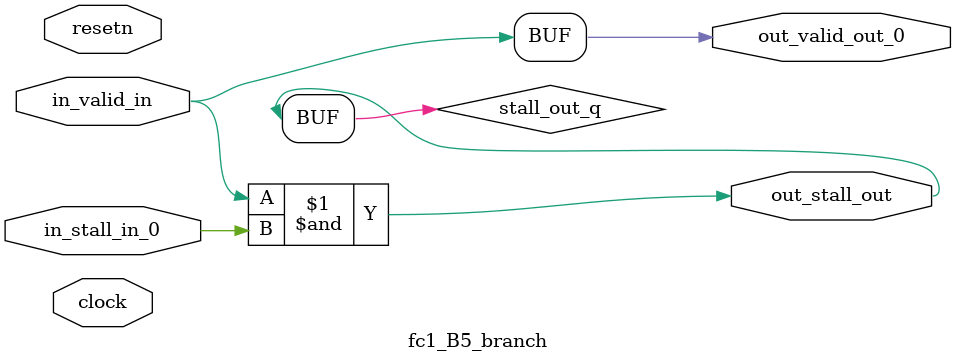
<source format=sv>



(* altera_attribute = "-name AUTO_SHIFT_REGISTER_RECOGNITION OFF; -name MESSAGE_DISABLE 10036; -name MESSAGE_DISABLE 10037; -name MESSAGE_DISABLE 14130; -name MESSAGE_DISABLE 14320; -name MESSAGE_DISABLE 15400; -name MESSAGE_DISABLE 14130; -name MESSAGE_DISABLE 10036; -name MESSAGE_DISABLE 12020; -name MESSAGE_DISABLE 12030; -name MESSAGE_DISABLE 12010; -name MESSAGE_DISABLE 12110; -name MESSAGE_DISABLE 14320; -name MESSAGE_DISABLE 13410; -name MESSAGE_DISABLE 113007; -name MESSAGE_DISABLE 10958" *)
module fc1_B5_branch (
    input wire [0:0] in_stall_in_0,
    input wire [0:0] in_valid_in,
    output wire [0:0] out_stall_out,
    output wire [0:0] out_valid_out_0,
    input wire clock,
    input wire resetn
    );

    wire [0:0] stall_out_q;


    // stall_out(LOGICAL,6)
    assign stall_out_q = in_valid_in & in_stall_in_0;

    // out_stall_out(GPOUT,4)
    assign out_stall_out = stall_out_q;

    // out_valid_out_0(GPOUT,5)
    assign out_valid_out_0 = in_valid_in;

endmodule

</source>
